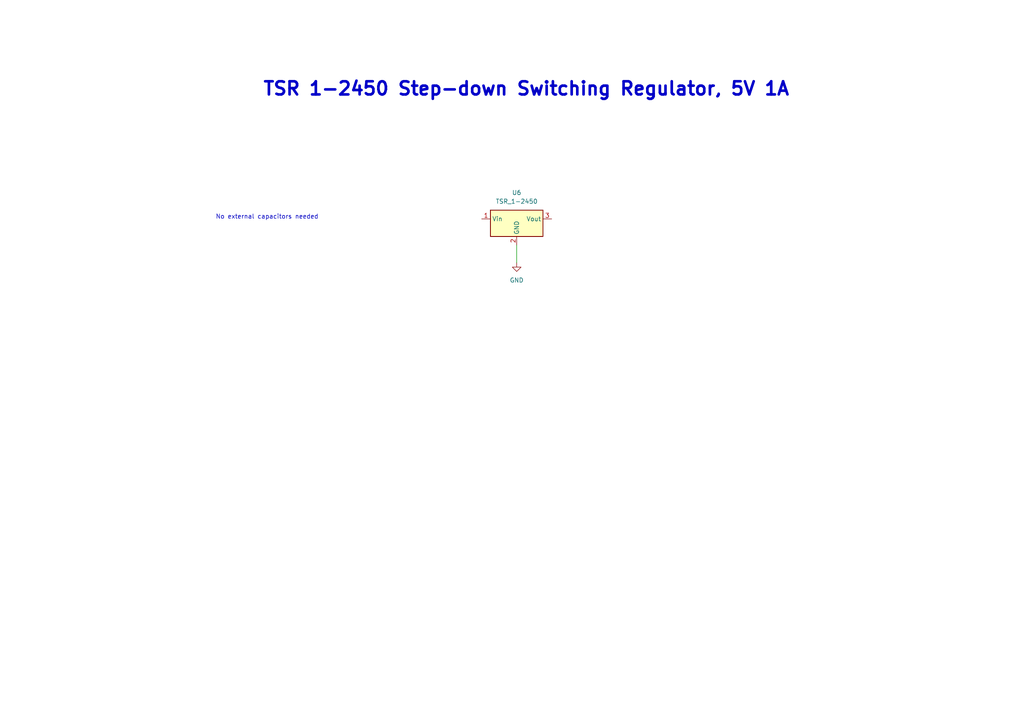
<source format=kicad_sch>
(kicad_sch
	(version 20250114)
	(generator "eeschema")
	(generator_version "9.0")
	(uuid "d1675faf-b8af-49e2-a232-ed49d2536e85")
	(paper "A4")
	(title_block
		(title "Regulator Evaluation Board")
		(date "2025-04-22")
		(rev "/")
		(company "HSRW ")
		(comment 1 "Jure Cubelic ")
	)
	(lib_symbols
		(symbol "Regulator_Switching:TSR_1-2450"
			(exclude_from_sim no)
			(in_bom yes)
			(on_board yes)
			(property "Reference" "U"
				(at -7.62 6.35 0)
				(effects
					(font
						(size 1.27 1.27)
					)
					(justify left)
				)
			)
			(property "Value" "TSR_1-2450"
				(at -1.27 6.35 0)
				(effects
					(font
						(size 1.27 1.27)
					)
					(justify left)
				)
			)
			(property "Footprint" "Converter_DCDC:Converter_DCDC_TRACO_TSR-1_THT"
				(at 0 -3.81 0)
				(effects
					(font
						(size 1.27 1.27)
						(italic yes)
					)
					(justify left)
					(hide yes)
				)
			)
			(property "Datasheet" "http://www.tracopower.com/products/tsr1.pdf"
				(at 0 0 0)
				(effects
					(font
						(size 1.27 1.27)
					)
					(hide yes)
				)
			)
			(property "Description" "1A step-down regulator module, fixed 5V output voltage, 5-36V input voltage, -40°C to +85°C temperature range, TO-220 compatible LM78xx replacement"
				(at 0 0 0)
				(effects
					(font
						(size 1.27 1.27)
					)
					(hide yes)
				)
			)
			(property "ki_keywords" "dc-dc traco buck"
				(at 0 0 0)
				(effects
					(font
						(size 1.27 1.27)
					)
					(hide yes)
				)
			)
			(property "ki_fp_filters" "Converter*DCDC*TRACO*TSR?1*"
				(at 0 0 0)
				(effects
					(font
						(size 1.27 1.27)
					)
					(hide yes)
				)
			)
			(symbol "TSR_1-2450_0_1"
				(rectangle
					(start -7.62 5.08)
					(end 7.62 -2.54)
					(stroke
						(width 0.254)
						(type default)
					)
					(fill
						(type background)
					)
				)
			)
			(symbol "TSR_1-2450_1_1"
				(pin power_in line
					(at -10.16 2.54 0)
					(length 2.54)
					(name "Vin"
						(effects
							(font
								(size 1.27 1.27)
							)
						)
					)
					(number "1"
						(effects
							(font
								(size 1.27 1.27)
							)
						)
					)
				)
				(pin power_in line
					(at 0 -5.08 90)
					(length 2.54)
					(name "GND"
						(effects
							(font
								(size 1.27 1.27)
							)
						)
					)
					(number "2"
						(effects
							(font
								(size 1.27 1.27)
							)
						)
					)
				)
				(pin power_out line
					(at 10.16 2.54 180)
					(length 2.54)
					(name "Vout"
						(effects
							(font
								(size 1.27 1.27)
							)
						)
					)
					(number "3"
						(effects
							(font
								(size 1.27 1.27)
							)
						)
					)
				)
			)
			(embedded_fonts no)
		)
		(symbol "power:GND"
			(power)
			(pin_numbers
				(hide yes)
			)
			(pin_names
				(offset 0)
				(hide yes)
			)
			(exclude_from_sim no)
			(in_bom yes)
			(on_board yes)
			(property "Reference" "#PWR"
				(at 0 -6.35 0)
				(effects
					(font
						(size 1.27 1.27)
					)
					(hide yes)
				)
			)
			(property "Value" "GND"
				(at 0 -3.81 0)
				(effects
					(font
						(size 1.27 1.27)
					)
				)
			)
			(property "Footprint" ""
				(at 0 0 0)
				(effects
					(font
						(size 1.27 1.27)
					)
					(hide yes)
				)
			)
			(property "Datasheet" ""
				(at 0 0 0)
				(effects
					(font
						(size 1.27 1.27)
					)
					(hide yes)
				)
			)
			(property "Description" "Power symbol creates a global label with name \"GND\" , ground"
				(at 0 0 0)
				(effects
					(font
						(size 1.27 1.27)
					)
					(hide yes)
				)
			)
			(property "ki_keywords" "global power"
				(at 0 0 0)
				(effects
					(font
						(size 1.27 1.27)
					)
					(hide yes)
				)
			)
			(symbol "GND_0_1"
				(polyline
					(pts
						(xy 0 0) (xy 0 -1.27) (xy 1.27 -1.27) (xy 0 -2.54) (xy -1.27 -1.27) (xy 0 -1.27)
					)
					(stroke
						(width 0)
						(type default)
					)
					(fill
						(type none)
					)
				)
			)
			(symbol "GND_1_1"
				(pin power_in line
					(at 0 0 270)
					(length 0)
					(name "~"
						(effects
							(font
								(size 1.27 1.27)
							)
						)
					)
					(number "1"
						(effects
							(font
								(size 1.27 1.27)
							)
						)
					)
				)
			)
			(embedded_fonts no)
		)
	)
	(text "TSR 1-2450 Step-down Switching Regulator, 5V 1A"
		(exclude_from_sim no)
		(at 152.654 25.908 0)
		(effects
			(font
				(size 3.81 3.81)
				(thickness 0.762)
				(bold yes)
			)
		)
		(uuid "0b04b350-2483-48ef-89ba-ee2c4be1ba05")
	)
	(text "No external capacitors needed"
		(exclude_from_sim no)
		(at 77.47 62.992 0)
		(effects
			(font
				(size 1.27 1.27)
			)
		)
		(uuid "7c4e4a46-05af-40b3-828e-c99b345d40ec")
	)
	(wire
		(pts
			(xy 149.86 71.12) (xy 149.86 76.2)
		)
		(stroke
			(width 0)
			(type default)
		)
		(uuid "2c6b50bf-118b-49b8-9dfd-70a6101b959f")
	)
	(symbol
		(lib_id "Regulator_Switching:TSR_1-2450")
		(at 149.86 66.04 0)
		(unit 1)
		(exclude_from_sim no)
		(in_bom yes)
		(on_board yes)
		(dnp no)
		(fields_autoplaced yes)
		(uuid "137e8af4-0bb0-4917-82ea-47672f8843d6")
		(property "Reference" "U6"
			(at 149.86 55.88 0)
			(effects
				(font
					(size 1.27 1.27)
				)
			)
		)
		(property "Value" "TSR_1-2450"
			(at 149.86 58.42 0)
			(effects
				(font
					(size 1.27 1.27)
				)
			)
		)
		(property "Footprint" "Converter_DCDC:Converter_DCDC_TRACO_TSR-1_THT"
			(at 149.86 69.85 0)
			(effects
				(font
					(size 1.27 1.27)
					(italic yes)
				)
				(justify left)
				(hide yes)
			)
		)
		(property "Datasheet" "http://www.tracopower.com/products/tsr1.pdf"
			(at 149.86 66.04 0)
			(effects
				(font
					(size 1.27 1.27)
				)
				(hide yes)
			)
		)
		(property "Description" "1A step-down regulator module, fixed 5V output voltage, 5-36V input voltage, -40°C to +85°C temperature range, TO-220 compatible LM78xx replacement"
			(at 149.86 66.04 0)
			(effects
				(font
					(size 1.27 1.27)
				)
				(hide yes)
			)
		)
		(pin "2"
			(uuid "482d471b-2f72-4231-8b78-ca2990e3ee76")
		)
		(pin "3"
			(uuid "d43a3600-abe0-46ea-8b77-81a71f2b0ce0")
		)
		(pin "1"
			(uuid "bb9807d8-1c6e-443a-82fe-f8ecacb3b638")
		)
		(instances
			(project ""
				(path "/3e45da4c-132a-439a-a567-ab5eeca3e151/4623a524-12da-4580-882d-abde7fc299f1"
					(reference "U6")
					(unit 1)
				)
			)
		)
	)
	(symbol
		(lib_id "power:GND")
		(at 149.86 76.2 0)
		(unit 1)
		(exclude_from_sim no)
		(in_bom yes)
		(on_board yes)
		(dnp no)
		(fields_autoplaced yes)
		(uuid "91b25fdd-0ba6-4344-9835-8dea67d77f33")
		(property "Reference" "#PWR06"
			(at 149.86 82.55 0)
			(effects
				(font
					(size 1.27 1.27)
				)
				(hide yes)
			)
		)
		(property "Value" "GND"
			(at 149.86 81.28 0)
			(effects
				(font
					(size 1.27 1.27)
				)
			)
		)
		(property "Footprint" ""
			(at 149.86 76.2 0)
			(effects
				(font
					(size 1.27 1.27)
				)
				(hide yes)
			)
		)
		(property "Datasheet" ""
			(at 149.86 76.2 0)
			(effects
				(font
					(size 1.27 1.27)
				)
				(hide yes)
			)
		)
		(property "Description" "Power symbol creates a global label with name \"GND\" , ground"
			(at 149.86 76.2 0)
			(effects
				(font
					(size 1.27 1.27)
				)
				(hide yes)
			)
		)
		(pin "1"
			(uuid "eca7a2b3-37b4-4fff-9f0f-2427f0beed61")
		)
		(instances
			(project ""
				(path "/3e45da4c-132a-439a-a567-ab5eeca3e151/4623a524-12da-4580-882d-abde7fc299f1"
					(reference "#PWR06")
					(unit 1)
				)
			)
		)
	)
)

</source>
